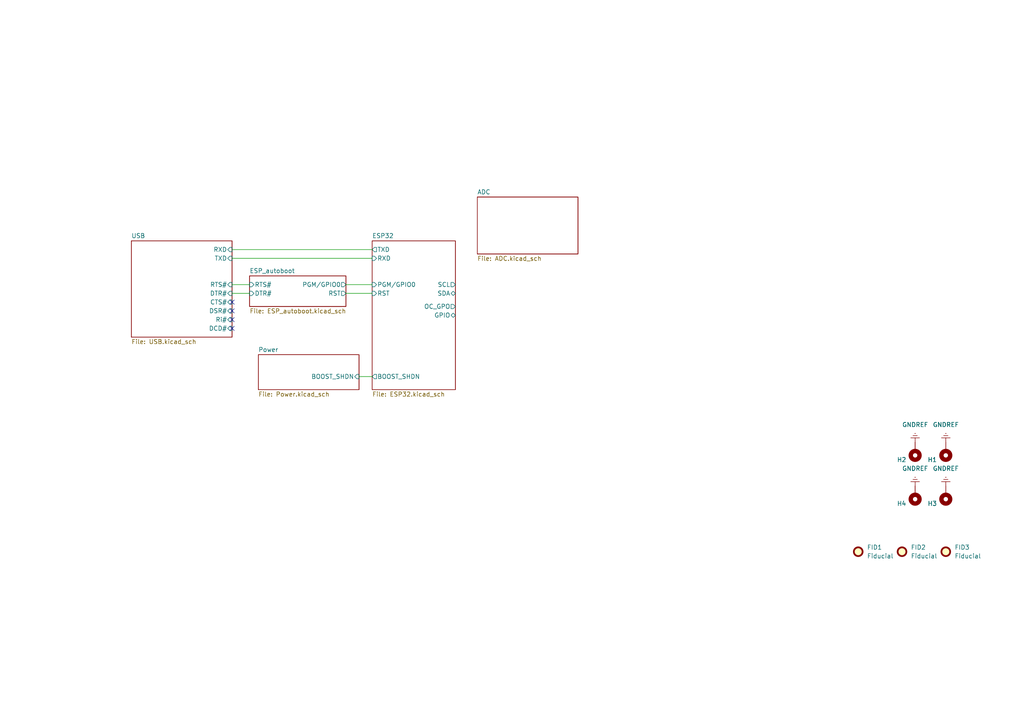
<source format=kicad_sch>
(kicad_sch (version 20230121) (generator eeschema)
  (paper "A4")
  (lib_symbols
    (symbol "Mechanical:Fiducial"
      (property "Reference" "FID" (at 0 5.08 0))
      (property "Value" "Fiducial" (at 0 3.175 0))
      (symbol "Fiducial_0_1"
        (circle (center 0 0) (radius 1.27) (stroke (width 0.508)) (fill (type background)))
      )
    )
    (symbol "Mechanical:MountingHole_Pad" (pin_numbers hide) (pin_names (offset 1.016) hide)
      (property "Reference" "H" (at 0 6.35 0))
      (property "Value" "MountingHole_Pad" (at 0 4.445 0))
      (symbol "MountingHole_Pad_0_1"
        (circle (center 0 1.27) (radius 1.27) (stroke (width 1.27)))
      )
      (symbol "MountingHole_Pad_1_1"
        (pin input line (at 0 -2.54 90) (length 2.54) (name "1") (number "1"))
      )
    )
    (symbol "power:GNDREF" (power) (pin_names (offset 0))
      (property "Value" "GNDREF" (at 0 -3.81 0))
      (symbol "GNDREF_0_1"
        (polyline (pts (xy -0.635 -1.905) (xy 0.635 -1.905)))
        (polyline (pts (xy -0.127 -2.54) (xy 0.127 -2.54)))
        (polyline (pts (xy 0 -1.27) (xy 0 0)))
        (polyline (pts (xy 1.27 -1.27) (xy -1.27 -1.27)))
      )
      (symbol "GNDREF_1_1"
        (pin power_in line (at 0 0 270) (length 0) hide (name "GNDREF") (number "1"))
      )
    )
  )
  (no_connect (at 67.31 90.17))
  (no_connect (at 67.31 87.63))
  (no_connect (at 67.31 95.25))
  (no_connect (at 67.31 92.71))
  (wire (pts (xy 100.33 82.55) (xy 107.95 82.55)))
  (wire (pts (xy 67.31 82.55) (xy 72.39 82.55)))
  (wire (pts (xy 67.31 74.93) (xy 107.95 74.93)))
  (wire (pts (xy 100.33 85.09) (xy 107.95 85.09)))
  (wire (pts (xy 67.31 72.39) (xy 107.95 72.39)))
  (wire (pts (xy 104.14 109.22) (xy 107.95 109.22)))
  (wire (pts (xy 67.31 85.09) (xy 72.39 85.09)))
  (symbol (lib_id "Mechanical:Fiducial") (at 248.92 160.02 0) (unit 1)
    (property "Reference" "FID1" (at 251.46 158.7499 0) (effects (justify left)))
    (property "Value" "Fiducial" (at 251.46 161.2899 0) (effects (justify left)))
    (property "Footprint" "Fiducial:Fiducial_1mm_Mask2mm" (effects hide))
  )
  (symbol (lib_id "power:GNDREF") (at 274.32 128.27 180) (unit 1)
    (property "Reference" "#PWR09" (effects hide))
    (property "Value" "GNDREF" (at 274.32 123.19 0))
  )
  (symbol (lib_id "Mechanical:Fiducial") (at 274.32 160.02 0) (unit 1)
    (property "Reference" "FID3" (at 276.86 158.7499 0) (effects (justify left)))
    (property "Value" "Fiducial" (at 276.86 161.2899 0) (effects (justify left)))
    (property "Footprint" "Fiducial:Fiducial_1mm_Mask2mm" (effects hide))
  )
  (symbol (lib_id "power:GNDREF") (at 265.43 128.27 180) (unit 1)
    (property "Reference" "#PWR048" (effects hide))
    (property "Value" "GNDREF" (at 265.43 123.19 0))
  )
  (symbol (lib_id "Mechanical:MountingHole_Pad") (at 265.43 130.81 180) (unit 1)
    (property "Reference" "H2" (at 262.89 133.3501 0) (effects (justify left)))
    (property "Value" "MountingHole_Pad" (effects hide))
    (property "Footprint" "MountingHole:MountingHole_2.5mm_Pad_Via" (effects hide))
  )
  (symbol (lib_id "Mechanical:MountingHole_Pad") (at 274.32 143.51 180) (unit 1)
    (property "Reference" "H3" (at 271.78 146.0501 0) (effects (justify left)))
    (property "Value" "MountingHole_Pad" (effects hide))
    (property "Footprint" "MountingHole:MountingHole_2.5mm_Pad_Via" (effects hide))
  )
  (symbol (lib_id "power:GNDREF") (at 274.32 140.97 180) (unit 1)
    (property "Reference" "#PWR054" (effects hide))
    (property "Value" "GNDREF" (at 274.32 135.89 0))
  )
  (symbol (lib_id "power:GNDREF") (at 265.43 140.97 180) (unit 1)
    (property "Reference" "#PWR04" (effects hide))
    (property "Value" "GNDREF" (at 265.43 135.89 0))
  )
  (symbol (lib_id "Mechanical:MountingHole_Pad") (at 274.32 130.81 180) (unit 1)
    (property "Reference" "H1" (at 271.78 133.3501 0) (effects (justify left)))
    (property "Value" "MountingHole_Pad" (effects hide))
    (property "Footprint" "MountingHole:MountingHole_2.5mm" (effects hide))
  )
  (symbol (lib_id "Mechanical:Fiducial") (at 261.62 160.02 0) (unit 1)
    (property "Reference" "FID2" (at 264.16 158.7499 0) (effects (justify left)))
    (property "Value" "Fiducial" (at 264.16 161.2899 0) (effects (justify left)))
    (property "Footprint" "Fiducial:Fiducial_1mm_Mask2mm" (effects hide))
  )
  (symbol (lib_id "Mechanical:MountingHole_Pad") (at 265.43 143.51 180) (unit 1)
    (property "Reference" "H4" (at 262.89 146.0501 0) (effects (justify left)))
    (property "Value" "MountingHole_Pad" (effects hide))
    (property "Footprint" "MountingHole:MountingHole_2.5mm" (effects hide))
  )
  (sheet (at 38.1 69.85) (size 29.21 27.94) (stroke (width 0.1524))
    (property "Sheetname" "USB" (at 38.1 69.1384 0) (effects (justify left bottom)))
    (property "Sheetfile" "USB.kicad_sch" (at 38.1 98.3746 0) (effects (justify left top)))
    (pin "DCD#" input (at 67.31 95.25 0))
    (pin "CTS#" input (at 67.31 87.63 0))
    (pin "TXD" input (at 67.31 74.93 0))
    (pin "DTR#" input (at 67.31 85.09 0))
    (pin "DSR#" input (at 67.31 90.17 0))
    (pin "Ri#" input (at 67.31 92.71 0))
    (pin "RTS#" input (at 67.31 82.55 0))
    (pin "RXD" input (at 67.31 72.39 0))
  )
  (sheet (at 107.95 69.85) (size 24.13 43.18) (stroke (width 0.1524))
    (property "Sheetname" "ESP32" (at 107.95 69.1384 0) (effects (justify left bottom)))
    (property "Sheetfile" "ESP32.kicad_sch" (at 107.95 113.6146 0) (effects (justify left top)))
    (pin "RXD" input (at 107.95 74.93 180))
    (pin "TXD" output (at 107.95 72.39 180))
    (pin "OC_GPO" output (at 132.08 88.9 0))
    (pin "GPIO" bidirectional (at 132.08 91.44 0))
    (pin "SCL" output (at 132.08 82.55 0))
    (pin "PGM{slash}GPIO0" input (at 107.95 82.55 180))
    (pin "RST" input (at 107.95 85.09 180))
    (pin "SDA" bidirectional (at 132.08 85.09 0))
    (pin "BOOST_SHDN" output (at 107.95 109.22 180))
  )
  (sheet (at 138.43 57.15) (size 29.21 16.51) (stroke (width 0.1524))
    (property "Sheetname" "ADC" (at 138.43 56.4384 0) (effects (justify left bottom)))
    (property "Sheetfile" "ADC.kicad_sch" (at 138.43 74.2446 0) (effects (justify left top)))
  )
  (sheet (at 72.39 80.01) (size 27.94 8.89) (stroke (width 0.1524))
    (property "Sheetname" "ESP_autoboot" (at 72.39 79.2984 0) (effects (justify left bottom)))
    (property "Sheetfile" "ESP_autoboot.kicad_sch" (at 72.39 89.4846 0) (effects (justify left top)))
    (pin "RTS#" input (at 72.39 82.55 180))
    (pin "DTR#" input (at 72.39 85.09 180))
    (pin "PGM{slash}GPIO0" output (at 100.33 82.55 0))
    (pin "RST" output (at 100.33 85.09 0))
  )
  (sheet (at 74.93 102.87) (size 29.21 10.16) (stroke (width 0.1524))
    (property "Sheetname" "Power" (at 74.93 102.1584 0) (effects (justify left bottom)))
    (property "Sheetfile" "Power.kicad_sch" (at 74.93 113.6146 0) (effects (justify left top)))
    (pin "BOOST_SHDN" input (at 104.14 109.22 0))
  )
)
</source>
